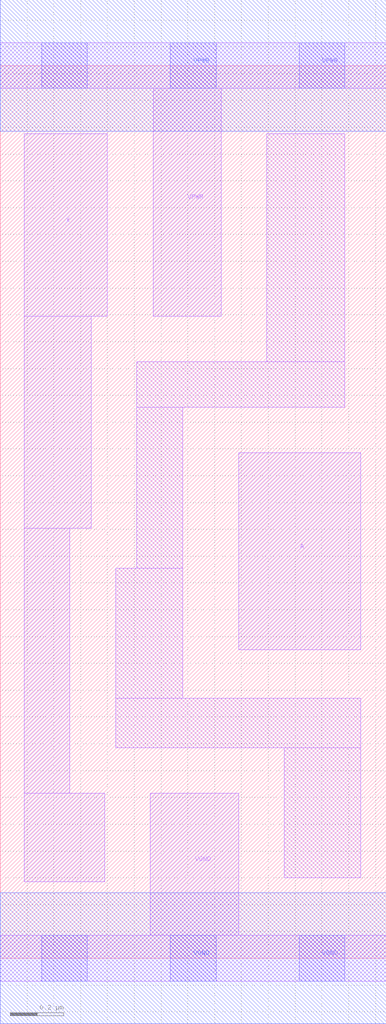
<source format=lef>
# Copyright 2020 The SkyWater PDK Authors
#
# Licensed under the Apache License, Version 2.0 (the "License");
# you may not use this file except in compliance with the License.
# You may obtain a copy of the License at
#
#     https://www.apache.org/licenses/LICENSE-2.0
#
# Unless required by applicable law or agreed to in writing, software
# distributed under the License is distributed on an "AS IS" BASIS,
# WITHOUT WARRANTIES OR CONDITIONS OF ANY KIND, either express or implied.
# See the License for the specific language governing permissions and
# limitations under the License.
#
# SPDX-License-Identifier: Apache-2.0

VERSION 5.7 ;
  NAMESCASESENSITIVE ON ;
  NOWIREEXTENSIONATPIN ON ;
  DIVIDERCHAR "/" ;
  BUSBITCHARS "[]" ;
UNITS
  DATABASE MICRONS 200 ;
END UNITS
MACRO sky130_fd_sc_lp__clkbuf_0
  CLASS CORE ;
  SOURCE USER ;
  FOREIGN sky130_fd_sc_lp__clkbuf_0 ;
  ORIGIN  0.000000  0.000000 ;
  SIZE  1.440000 BY  3.330000 ;
  SYMMETRY X Y R90 ;
  SITE unit ;
  PIN A
    ANTENNAGATEAREA  0.159000 ;
    DIRECTION INPUT ;
    USE SIGNAL ;
    PORT
      LAYER li1 ;
        RECT 0.890000 1.150000 1.345000 1.885000 ;
    END
  END A
  PIN X
    ANTENNADIFFAREA  0.280900 ;
    DIRECTION OUTPUT ;
    USE SIGNAL ;
    PORT
      LAYER li1 ;
        RECT 0.090000 0.285000 0.390000 0.615000 ;
        RECT 0.090000 0.615000 0.260000 1.605000 ;
        RECT 0.090000 1.605000 0.340000 2.395000 ;
        RECT 0.090000 2.395000 0.400000 3.075000 ;
    END
  END X
  PIN VGND
    DIRECTION INOUT ;
    USE GROUND ;
    PORT
      LAYER li1 ;
        RECT 0.000000 -0.085000 1.440000 0.085000 ;
        RECT 0.560000  0.085000 0.890000 0.615000 ;
      LAYER mcon ;
        RECT 0.155000 -0.085000 0.325000 0.085000 ;
        RECT 0.635000 -0.085000 0.805000 0.085000 ;
        RECT 1.115000 -0.085000 1.285000 0.085000 ;
      LAYER met1 ;
        RECT 0.000000 -0.245000 1.440000 0.245000 ;
    END
  END VGND
  PIN VPWR
    DIRECTION INOUT ;
    USE POWER ;
    PORT
      LAYER li1 ;
        RECT 0.000000 3.245000 1.440000 3.415000 ;
        RECT 0.570000 2.395000 0.825000 3.245000 ;
      LAYER mcon ;
        RECT 0.155000 3.245000 0.325000 3.415000 ;
        RECT 0.635000 3.245000 0.805000 3.415000 ;
        RECT 1.115000 3.245000 1.285000 3.415000 ;
      LAYER met1 ;
        RECT 0.000000 3.085000 1.440000 3.575000 ;
    END
  END VPWR
  OBS
    LAYER li1 ;
      RECT 0.430000 0.785000 1.345000 0.970000 ;
      RECT 0.430000 0.970000 0.680000 1.455000 ;
      RECT 0.510000 1.455000 0.680000 2.055000 ;
      RECT 0.510000 2.055000 1.285000 2.225000 ;
      RECT 0.995000 2.225000 1.285000 3.075000 ;
      RECT 1.060000 0.300000 1.345000 0.785000 ;
  END
END sky130_fd_sc_lp__clkbuf_0

</source>
